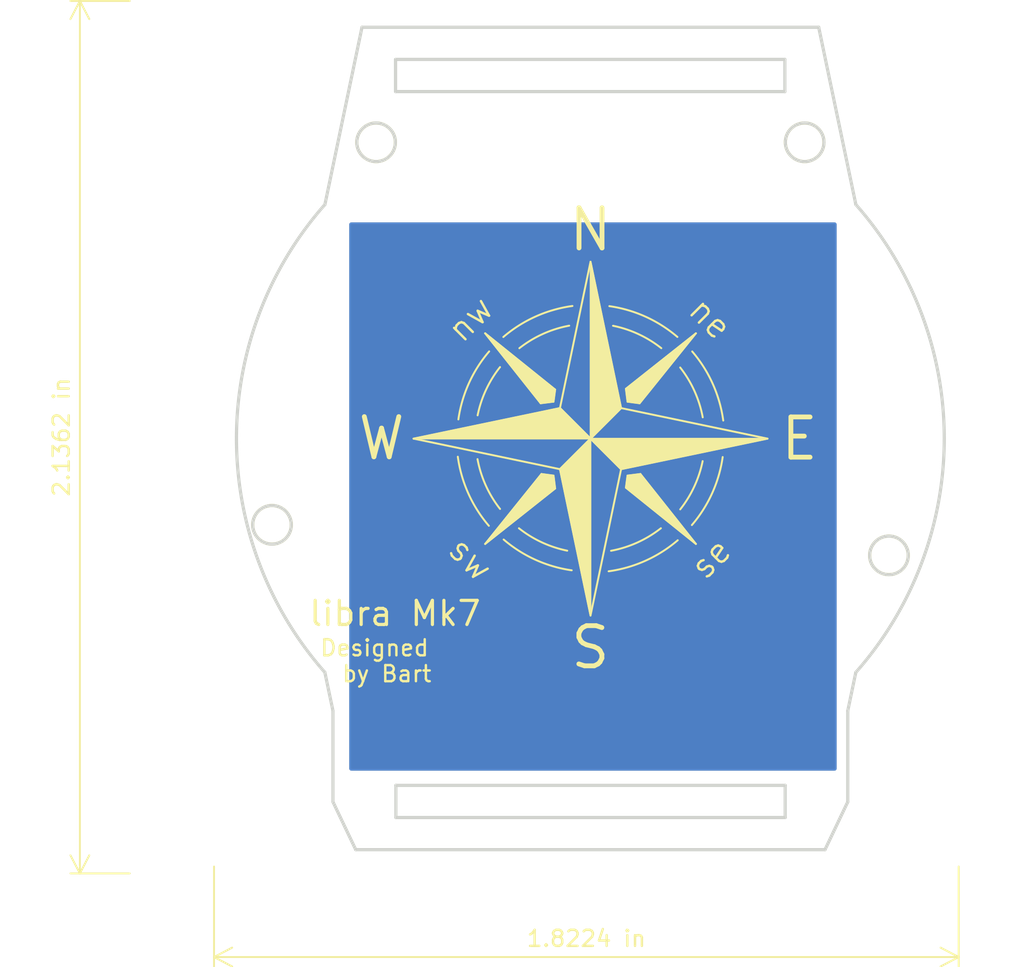
<source format=kicad_pcb>
(kicad_pcb (version 20171130) (host pcbnew 5.1.8-1.fc33)

  (general
    (thickness 1.6)
    (drawings 139)
    (tracks 0)
    (zones 0)
    (modules 0)
    (nets 1)
  )

  (page A4)
  (title_block
    (title "Sense base")
    (date 2020-04-06)
    (rev v2)
    (comment 1 "corrected for V2 display")
  )

  (layers
    (0 F.Cu signal)
    (31 B.Cu signal)
    (32 B.Adhes user)
    (33 F.Adhes user)
    (34 B.Paste user)
    (35 F.Paste user)
    (36 B.SilkS user)
    (37 F.SilkS user)
    (38 B.Mask user)
    (39 F.Mask user)
    (40 Dwgs.User user)
    (41 Cmts.User user)
    (42 Eco1.User user)
    (43 Eco2.User user)
    (44 Edge.Cuts user)
    (45 Margin user)
    (46 B.CrtYd user)
    (47 F.CrtYd user)
    (48 B.Fab user)
    (49 F.Fab user)
  )

  (setup
    (last_trace_width 0.25)
    (user_trace_width 2)
    (trace_clearance 0.2)
    (zone_clearance 0.508)
    (zone_45_only no)
    (trace_min 0.2)
    (via_size 0.8)
    (via_drill 0.4)
    (via_min_size 0.4)
    (via_min_drill 0.3)
    (uvia_size 0.3)
    (uvia_drill 0.1)
    (uvias_allowed no)
    (uvia_min_size 0.2)
    (uvia_min_drill 0.1)
    (edge_width 0.05)
    (segment_width 0.2)
    (pcb_text_width 0.3)
    (pcb_text_size 1.5 1.5)
    (mod_edge_width 0.12)
    (mod_text_size 1 1)
    (mod_text_width 0.15)
    (pad_size 1.524 1.524)
    (pad_drill 0.762)
    (pad_to_mask_clearance 0.051)
    (solder_mask_min_width 0.25)
    (aux_axis_origin 0 0)
    (visible_elements 7FFFFFFF)
    (pcbplotparams
      (layerselection 0x010a0_7ffffffe)
      (usegerberextensions false)
      (usegerberattributes false)
      (usegerberadvancedattributes false)
      (creategerberjobfile false)
      (excludeedgelayer true)
      (linewidth 0.150000)
      (plotframeref false)
      (viasonmask false)
      (mode 1)
      (useauxorigin false)
      (hpglpennumber 1)
      (hpglpenspeed 20)
      (hpglpendiameter 15.000000)
      (psnegative false)
      (psa4output false)
      (plotreference true)
      (plotvalue true)
      (plotinvisibletext false)
      (padsonsilk false)
      (subtractmaskfromsilk false)
      (outputformat 1)
      (mirror false)
      (drillshape 0)
      (scaleselection 1)
      (outputdirectory "output/v3"))
  )

  (net 0 "")

  (net_class Default "To jest domyślna klasa połączeń."
    (clearance 0.2)
    (trace_width 0.25)
    (via_dia 0.8)
    (via_drill 0.4)
    (uvia_dia 0.3)
    (uvia_drill 0.1)
  )

  (gr_arc (start 220.975 122.625) (end 227.975 121.325) (angle -27.63644227) (layer F.SilkS) (width 0.12) (tstamp 610820E3))
  (gr_arc (start 220.975 122.625) (end 222.275 129.625) (angle -27.63644227) (layer F.SilkS) (width 0.12) (tstamp 610820E3))
  (gr_arc (start 220.975 122.625) (end 213.975 123.925) (angle -27.63644227) (layer F.SilkS) (width 0.12) (tstamp 610820E3))
  (gr_arc (start 220.975 122.625) (end 219.675 115.625) (angle -27.63644227) (layer F.SilkS) (width 0.12))
  (gr_arc (start 220.975 122.625) (end 225.4 117.025) (angle -26.8084806) (layer F.SilkS) (width 0.12) (tstamp 610820C1))
  (gr_arc (start 220.975 122.625) (end 226.575 127.05) (angle -26.8084806) (layer F.SilkS) (width 0.12) (tstamp 610820C1))
  (gr_arc (start 220.975 122.625) (end 216.55 128.225) (angle -26.8084806) (layer F.SilkS) (width 0.12) (tstamp 610820C1))
  (gr_arc (start 220.975 122.625) (end 215.375 118.2) (angle -26.8084806) (layer F.SilkS) (width 0.12))
  (gr_arc (start 221 122.65) (end 229.25 121.525) (angle -32.85477353) (layer F.SilkS) (width 0.12) (tstamp 6108207A))
  (gr_arc (start 221 122.65) (end 222.125 130.9) (angle -32.85477353) (layer F.SilkS) (width 0.12) (tstamp 6108207A))
  (gr_arc (start 221 122.65) (end 212.75 123.775) (angle -32.85477353) (layer F.SilkS) (width 0.12) (tstamp 6108207A))
  (gr_arc (start 221 122.65) (end 219.875 114.4) (angle -32.85477353) (layer F.SilkS) (width 0.12) (tstamp 61082043))
  (gr_arc (start 221 122.625) (end 226.4 116.325) (angle -32.49775919) (layer F.SilkS) (width 0.12) (tstamp 61082043))
  (gr_arc (start 221 122.625) (end 227.3 128.025) (angle -32.49775919) (layer F.SilkS) (width 0.12) (tstamp 61082043))
  (gr_arc (start 221 122.625) (end 215.6 128.925) (angle -32.49775919) (layer F.SilkS) (width 0.12) (tstamp 61082043))
  (gr_arc (start 221 122.625) (end 214.7 117.225) (angle -32.49775919) (layer F.SilkS) (width 0.12))
  (gr_text ne (at 228.45 115.175 315) (layer F.SilkS) (tstamp 61081FCD)
    (effects (font (size 1.5 1.5) (thickness 0.15)))
  )
  (gr_text se (at 228.475 130.1 45) (layer F.SilkS) (tstamp 61081FCD)
    (effects (font (size 1.5 1.5) (thickness 0.15)))
  )
  (gr_text sw (at 213.55 130.125 315) (layer F.SilkS) (tstamp 61081FCD)
    (effects (font (size 1.5 1.5) (thickness 0.15)))
  )
  (gr_text nw (at 213.525 115.2 45) (layer F.SilkS)
    (effects (font (size 1.5 1.5) (thickness 0.15)))
  )
  (gr_text E (at 233.99 122.66) (layer F.SilkS) (tstamp 61081F51)
    (effects (font (size 2.5 2.5) (thickness 0.3)))
  )
  (gr_text S (at 220.99 135.64) (layer F.SilkS) (tstamp 61081F51)
    (effects (font (size 2.5 2.5) (thickness 0.3)))
  )
  (gr_text W (at 208.01 122.64) (layer F.SilkS) (tstamp 61081F51)
    (effects (font (size 2.5 2.5) (thickness 0.3)))
  )
  (gr_text N (at 221 109.65) (layer F.SilkS)
    (effects (font (size 2.5 2.5) (thickness 0.3)))
  )
  (gr_line (start 223.3 120.35) (end 223.2 119.55) (layer F.SilkS) (width 0.12) (tstamp 61081EED))
  (gr_line (start 223.3 120.35) (end 224.05 120.45) (layer F.SilkS) (width 0.12) (tstamp 61081EEC))
  (gr_poly (pts (xy 224.05 120.45) (xy 223.3 120.35) (xy 223.2 119.55) (xy 227.55 116.1)) (layer F.SilkS) (width 0.1) (tstamp 61081EEB))
  (gr_line (start 227.55 116.1) (end 224.05 120.45) (layer F.SilkS) (width 0.12) (tstamp 61081EEA))
  (gr_line (start 223.2 119.55) (end 227.55 116.1) (layer F.SilkS) (width 0.12) (tstamp 61081EE9))
  (gr_line (start 223.3 124.95) (end 224.1 124.85) (layer F.SilkS) (width 0.12) (tstamp 61081EED))
  (gr_line (start 223.3 124.95) (end 223.2 125.7) (layer F.SilkS) (width 0.12) (tstamp 61081EEC))
  (gr_poly (pts (xy 223.2 125.7) (xy 223.3 124.95) (xy 224.1 124.85) (xy 227.55 129.2)) (layer F.SilkS) (width 0.1) (tstamp 61081EEB))
  (gr_line (start 227.55 129.2) (end 223.2 125.7) (layer F.SilkS) (width 0.12) (tstamp 61081EEA))
  (gr_line (start 224.1 124.85) (end 227.55 129.2) (layer F.SilkS) (width 0.12) (tstamp 61081EE9))
  (gr_line (start 218.7 124.95) (end 218.8 125.75) (layer F.SilkS) (width 0.12) (tstamp 61081EED))
  (gr_line (start 218.7 124.95) (end 217.95 124.85) (layer F.SilkS) (width 0.12) (tstamp 61081EEC))
  (gr_poly (pts (xy 217.95 124.85) (xy 218.7 124.95) (xy 218.8 125.75) (xy 214.45 129.2)) (layer F.SilkS) (width 0.1) (tstamp 61081EEB))
  (gr_line (start 214.45 129.2) (end 217.95 124.85) (layer F.SilkS) (width 0.12) (tstamp 61081EEA))
  (gr_line (start 218.8 125.75) (end 214.45 129.2) (layer F.SilkS) (width 0.12) (tstamp 61081EE9))
  (gr_poly (pts (xy 218.8 119.6) (xy 218.7 120.35) (xy 217.9 120.45) (xy 214.45 116.1)) (layer F.SilkS) (width 0.1))
  (gr_line (start 214.45 116.1) (end 218.8 119.6) (layer F.SilkS) (width 0.12) (tstamp 61081EA1))
  (gr_line (start 217.9 120.45) (end 214.45 116.1) (layer F.SilkS) (width 0.12))
  (gr_line (start 218.7 120.35) (end 218.8 119.6) (layer F.SilkS) (width 0.12) (tstamp 61081E7A))
  (gr_line (start 218.7 120.35) (end 217.9 120.45) (layer F.SilkS) (width 0.12))
  (gr_line (start 221 122.65) (end 222.9 124.55) (layer F.SilkS) (width 0.12) (tstamp 61081E4A))
  (gr_line (start 222.9 120.75) (end 232 122.65) (layer F.SilkS) (width 0.12) (tstamp 61081E49))
  (gr_line (start 232 122.65) (end 222.9 124.55) (layer F.SilkS) (width 0.12) (tstamp 61081E48))
  (gr_poly (pts (xy 222.9 124.55) (xy 221 122.65) (xy 232 122.65)) (layer F.SilkS) (width 0.1) (tstamp 61081E47))
  (gr_line (start 221 122.65) (end 222.9 120.75) (layer F.SilkS) (width 0.12) (tstamp 61081E46))
  (gr_line (start 221 122.65) (end 219.1 124.55) (layer F.SilkS) (width 0.12) (tstamp 61081E4A))
  (gr_line (start 222.9 124.55) (end 221 133.65) (layer F.SilkS) (width 0.12) (tstamp 61081E49))
  (gr_line (start 221 133.65) (end 219.1 124.55) (layer F.SilkS) (width 0.12) (tstamp 61081E48))
  (gr_poly (pts (xy 219.1 124.55) (xy 221 122.65) (xy 221 133.65)) (layer F.SilkS) (width 0.1) (tstamp 61081E47))
  (gr_line (start 221 122.65) (end 222.9 124.55) (layer F.SilkS) (width 0.12) (tstamp 61081E46))
  (gr_line (start 221 122.65) (end 219.1 120.75) (layer F.SilkS) (width 0.12) (tstamp 61081E4A))
  (gr_line (start 219.1 124.55) (end 210 122.65) (layer F.SilkS) (width 0.12) (tstamp 61081E49))
  (gr_line (start 210 122.65) (end 219.1 120.75) (layer F.SilkS) (width 0.12) (tstamp 61081E48))
  (gr_poly (pts (xy 219.1 120.75) (xy 221 122.65) (xy 210 122.65)) (layer F.SilkS) (width 0.1) (tstamp 61081E47))
  (gr_line (start 221 122.65) (end 219.1 124.55) (layer F.SilkS) (width 0.12) (tstamp 61081E46))
  (gr_poly (pts (xy 222.9 120.75) (xy 221 122.65) (xy 221 111.65)) (layer F.SilkS) (width 0.1))
  (gr_line (start 221 111.65) (end 222.9 120.75) (layer F.SilkS) (width 0.12) (tstamp 61081DFF))
  (gr_line (start 219.1 120.75) (end 221 111.65) (layer F.SilkS) (width 0.12))
  (gr_line (start 221 122.65) (end 222.9 120.75) (layer F.SilkS) (width 0.12) (tstamp 61081DCF))
  (gr_line (start 221 122.65) (end 219.1 120.75) (layer F.SilkS) (width 0.12))
  (dimension 46.28896 (width 0.12) (layer F.SilkS)
    (gr_text "46,289 mm" (at 220.74124 156.16174) (layer F.SilkS)
      (effects (font (size 1 1) (thickness 0.15)))
    )
    (feature1 (pts (xy 243.88572 149.2631) (xy 243.88572 155.478161)))
    (feature2 (pts (xy 197.59676 149.2631) (xy 197.59676 155.478161)))
    (crossbar (pts (xy 197.59676 154.89174) (xy 243.88572 154.89174)))
    (arrow1a (pts (xy 243.88572 154.89174) (xy 242.759216 155.478161)))
    (arrow1b (pts (xy 243.88572 154.89174) (xy 242.759216 154.305319)))
    (arrow2a (pts (xy 197.59676 154.89174) (xy 198.723264 155.478161)))
    (arrow2b (pts (xy 197.59676 154.89174) (xy 198.723264 154.305319)))
  )
  (dimension 54.25948 (width 0.12) (layer F.SilkS)
    (gr_text "54,259 mm" (at 187.987941 122.56008 270) (layer F.SilkS)
      (effects (font (size 1 1) (thickness 0.15)))
    )
    (feature1 (pts (xy 192.35674 149.68982) (xy 188.67152 149.68982)))
    (feature2 (pts (xy 192.35674 95.43034) (xy 188.67152 95.43034)))
    (crossbar (pts (xy 189.257941 95.43034) (xy 189.257941 149.68982)))
    (arrow1a (pts (xy 189.257941 149.68982) (xy 188.67152 148.563316)))
    (arrow1b (pts (xy 189.257941 149.68982) (xy 189.844362 148.563316)))
    (arrow2a (pts (xy 189.257941 95.43034) (xy 188.67152 96.556844)))
    (arrow2b (pts (xy 189.257941 95.43034) (xy 189.844362 96.556844)))
  )
  (gr_line (start 208.9 146.214372) (end 233.1 146.214372) (layer Edge.Cuts) (width 0.2) (tstamp 5FBEDDFE))
  (gr_line (start 233.1 144.214372) (end 233.1 146.214372) (layer Edge.Cuts) (width 0.2) (tstamp 5FBEDDFD))
  (gr_line (start 208.9 144.214372) (end 208.9 146.214372) (layer Edge.Cuts) (width 0.2) (tstamp 5FBEDDFC))
  (gr_line (start 233.1 144.214372) (end 208.9 144.214372) (layer Edge.Cuts) (width 0.2) (tstamp 5FBEDDFB))
  (gr_circle (center 220.99 122.64) (end 221.117 122.64) (layer Eco1.User) (width 0.15))
  (gr_line (start 209.51 145.24) (end 204.99 145.24) (layer Eco1.User) (width 0.5) (tstamp 5FBEDBD7))
  (gr_line (start 232.55 145.24) (end 237.07 145.24) (layer Eco1.User) (width 0.5) (tstamp 5FBEDBD6))
  (gr_arc (start 220.99 122.64) (end 220.99 142.65) (angle -32.7) (layer Eco1.User) (width 0.5) (tstamp 5FBEDBD5))
  (gr_arc (start 220.99 122.64) (end 220.99 142.65) (angle 32.7) (layer Eco1.User) (width 0.5) (tstamp 5FBEDBD4))
  (gr_line (start 209.51 145.24) (end 210.168934 139.471656) (layer Eco1.User) (width 0.5) (tstamp 5FBEDBD3))
  (gr_line (start 232.55 145.24) (end 231.811065 139.471656) (layer Eco1.User) (width 0.5) (tstamp 5FBEDBD2))
  (gr_line (start 210.17 101.63) (end 205.84 101.63) (layer Eco1.User) (width 0.5) (tstamp 5FBEDBD1))
  (gr_line (start 205.84 101.63) (end 204.490001 108.090001) (layer Eco1.User) (width 0.5) (tstamp 5FBEDBD0))
  (gr_line (start 231.81 101.63) (end 236.14 101.63) (layer Eco1.User) (width 0.5) (tstamp 5FBEDBCF))
  (gr_line (start 236.14 101.63) (end 237.493267 108.093709) (layer Eco1.User) (width 0.5) (tstamp 5FBEDBCE))
  (gr_line (start 210.17 101.63) (end 210.17 105.81) (layer Eco1.User) (width 0.5) (tstamp 5FBEDBCC))
  (gr_arc (start 220.99 122.64) (end 220.99 102.63) (angle -32.7) (layer Eco1.User) (width 0.5) (tstamp 5FBEDBCB))
  (gr_arc (start 220.99 122.64) (end 220.99 102.63) (angle 32.7) (layer Eco1.User) (width 0.5) (tstamp 5FBEDBCA))
  (gr_line (start 231.81 101.63) (end 231.81 105.81) (layer Eco1.User) (width 0.5) (tstamp 5FBEDBC9))
  (gr_line (start 204.486734 137.186293) (end 204.99 145.24) (layer Eco1.User) (width 0.5) (tstamp 5FBEDBC8))
  (gr_circle (center 220.99 122.64) (end 234.49 122.64) (layer Eco1.User) (width 0.5) (tstamp 5FBEDBC7))
  (gr_arc (start 220.99 122.64) (end 204.490001 108.090001) (angle -82.8) (layer Eco1.User) (width 0.5) (tstamp 5FBEDBC6))
  (gr_arc (start 220.99 122.64) (end 237.493266 137.186293) (angle -82.8) (layer Eco1.User) (width 0.5) (tstamp 5FBEDBC5))
  (gr_line (start 237.493266 137.186293) (end 237.07 145.24) (layer Eco1.User) (width 0.5) (tstamp 5FBEDBC4))
  (gr_circle (center 201.2 128.01) (end 202.4 128.01) (layer F.SilkS) (width 0.2) (tstamp 5FBA7735))
  (gr_circle (center 234.31 104.22) (end 235.51 104.22) (layer F.SilkS) (width 0.2) (tstamp 5FBA7734))
  (gr_circle (center 239.55 129.91) (end 240.75 129.91) (layer F.SilkS) (width 0.2) (tstamp 5FBA7733))
  (gr_circle (center 207.67 104.22) (end 208.87 104.22) (layer F.SilkS) (width 0.2) (tstamp 5FBA7732))
  (gr_text "Designed\n  by Bart" (at 207.575 136.475) (layer F.SilkS) (tstamp 5F21893B)
    (effects (font (size 1 1) (thickness 0.15)))
  )
  (gr_text "libra Mk7" (at 208.85 133.525) (layer F.SilkS) (tstamp 5F21893A)
    (effects (font (size 1.5 1.5) (thickness 0.2)))
  )
  (gr_line (start 236.99 145.24) (end 235.57484 148.21408) (layer Edge.Cuts) (width 0.2) (tstamp 5E9312A1))
  (gr_line (start 237.493266 108.093707) (end 235.18368 97.0661) (layer Edge.Cuts) (width 0.2) (tstamp 5E9311BB))
  (gr_line (start 206.7941 97.0661) (end 235.18368 97.0661) (layer Edge.Cuts) (width 0.2) (tstamp 5E9311BA))
  (dimension 18.42 (width 0.15) (layer Cmts.User)
    (gr_text "18,420 mm" (at 194.86 113.43 270) (layer Cmts.User)
      (effects (font (size 1 1) (thickness 0.15)))
    )
    (feature1 (pts (xy 207.67 122.64) (xy 195.573579 122.64)))
    (feature2 (pts (xy 207.67 104.22) (xy 195.573579 104.22)))
    (crossbar (pts (xy 196.16 104.22) (xy 196.16 122.64)))
    (arrow1a (pts (xy 196.16 122.64) (xy 195.573579 121.513496)))
    (arrow1b (pts (xy 196.16 122.64) (xy 196.746421 121.513496)))
    (arrow2a (pts (xy 196.16 104.22) (xy 195.573579 105.346504)))
    (arrow2b (pts (xy 196.16 104.22) (xy 196.746421 105.346504)))
  )
  (dimension 5.37 (width 0.15) (layer Cmts.User)
    (gr_text "5,370 mm" (at 193.94 125.325 90) (layer Cmts.User)
      (effects (font (size 1 1) (thickness 0.15)))
    )
    (feature1 (pts (xy 201.2 122.64) (xy 194.653579 122.64)))
    (feature2 (pts (xy 201.2 128.01) (xy 194.653579 128.01)))
    (crossbar (pts (xy 195.24 128.01) (xy 195.24 122.64)))
    (arrow1a (pts (xy 195.24 122.64) (xy 195.826421 123.766504)))
    (arrow1b (pts (xy 195.24 122.64) (xy 194.653579 123.766504)))
    (arrow2a (pts (xy 195.24 128.01) (xy 195.826421 126.883496)))
    (arrow2b (pts (xy 195.24 128.01) (xy 194.653579 126.883496)))
  )
  (dimension 18.56 (width 0.15) (layer Cmts.User)
    (gr_text "18,560 mm" (at 230.27 132.24) (layer Cmts.User)
      (effects (font (size 1 1) (thickness 0.15)))
    )
    (feature1 (pts (xy 220.99 129.91) (xy 220.99 131.526421)))
    (feature2 (pts (xy 239.55 129.91) (xy 239.55 131.526421)))
    (crossbar (pts (xy 239.55 130.94) (xy 220.99 130.94)))
    (arrow1a (pts (xy 220.99 130.94) (xy 222.116504 130.353579)))
    (arrow1b (pts (xy 220.99 130.94) (xy 222.116504 131.526421)))
    (arrow2a (pts (xy 239.55 130.94) (xy 238.423496 130.353579)))
    (arrow2b (pts (xy 239.55 130.94) (xy 238.423496 131.526421)))
  )
  (dimension 19.79 (width 0.15) (layer Cmts.User)
    (gr_text "19,790 mm" (at 211.095 126.440001) (layer Cmts.User)
      (effects (font (size 1 1) (thickness 0.15)))
    )
    (feature1 (pts (xy 220.99 128.01) (xy 220.99 127.15358)))
    (feature2 (pts (xy 201.2 128.01) (xy 201.2 127.15358)))
    (crossbar (pts (xy 201.2 127.740001) (xy 220.99 127.740001)))
    (arrow1a (pts (xy 220.99 127.740001) (xy 219.863496 128.326422)))
    (arrow1b (pts (xy 220.99 127.740001) (xy 219.863496 127.15358)))
    (arrow2a (pts (xy 201.2 127.740001) (xy 202.326504 128.326422)))
    (arrow2b (pts (xy 201.2 127.740001) (xy 202.326504 127.15358)))
  )
  (dimension 7.27 (width 0.15) (layer Cmts.User)
    (gr_text "7,270 mm" (at 246.58 126.275 90) (layer Cmts.User)
      (effects (font (size 1 1) (thickness 0.15)))
    )
    (feature1 (pts (xy 239.55 122.64) (xy 245.866421 122.64)))
    (feature2 (pts (xy 239.55 129.91) (xy 245.866421 129.91)))
    (crossbar (pts (xy 245.28 129.91) (xy 245.28 122.64)))
    (arrow1a (pts (xy 245.28 122.64) (xy 245.866421 123.766504)))
    (arrow1b (pts (xy 245.28 122.64) (xy 244.693579 123.766504)))
    (arrow2a (pts (xy 245.28 129.91) (xy 245.866421 128.783496)))
    (arrow2b (pts (xy 245.28 129.91) (xy 244.693579 128.783496)))
  )
  (dimension 13.32 (width 0.15) (layer Cmts.User)
    (gr_text "13,320 mm" (at 214.33 101.1) (layer Cmts.User)
      (effects (font (size 1 1) (thickness 0.15)))
    )
    (feature1 (pts (xy 220.99 104.22) (xy 220.99 101.813579)))
    (feature2 (pts (xy 207.67 104.22) (xy 207.67 101.813579)))
    (crossbar (pts (xy 207.67 102.4) (xy 220.99 102.4)))
    (arrow1a (pts (xy 220.99 102.4) (xy 219.863496 102.986421)))
    (arrow1b (pts (xy 220.99 102.4) (xy 219.863496 101.813579)))
    (arrow2a (pts (xy 207.67 102.4) (xy 208.796504 102.986421)))
    (arrow2b (pts (xy 207.67 102.4) (xy 208.796504 101.813579)))
  )
  (gr_line (start 220.99 152.58) (end 220.99 122.64) (layer Eco1.User) (width 0.15))
  (gr_line (start 220.99 122.64) (end 196.52 122.64) (layer Eco1.User) (width 0.15))
  (gr_line (start 208.88 101.065628) (end 208.88 99.065628) (layer Edge.Cuts) (width 0.2) (tstamp 5E8B5D83))
  (gr_line (start 233.08 99.065628) (end 208.88 99.065628) (layer Edge.Cuts) (width 0.2) (tstamp 5E8B5D61))
  (gr_line (start 208.88 101.065628) (end 233.08 101.065628) (layer Edge.Cuts) (width 0.2) (tstamp 5E8B5D60))
  (gr_line (start 233.08 101.065628) (end 233.08 99.065628) (layer Edge.Cuts) (width 0.2) (tstamp 5E8B5D5F))
  (gr_line (start 205.09 144.06) (end 205.09 106.74) (layer Cmts.User) (width 0.15) (tstamp 5E8B5BAC))
  (gr_line (start 205.09 106.74) (end 236.89 106.74) (layer Cmts.User) (width 0.15) (tstamp 5E8B5BAB))
  (gr_line (start 207.49 109.14) (end 207.49 106.74) (layer Cmts.User) (width 0.15) (tstamp 5E8B5BAA))
  (gr_line (start 207.49 136.14) (end 207.49 109.14) (layer Cmts.User) (width 0.15) (tstamp 5E8B5BA9))
  (gr_line (start 205.09 106.74) (end 236.89 138.54) (layer Cmts.User) (width 0.15) (tstamp 5E8B5BA8))
  (gr_line (start 236.89 106.74) (end 205.09 138.54) (layer Cmts.User) (width 0.15) (tstamp 5E8B5BA7))
  (gr_line (start 236.89 106.74) (end 236.89 144.06) (layer Cmts.User) (width 0.15) (tstamp 5E8B5BA6))
  (gr_line (start 236.89 144.06) (end 205.09 144.06) (layer Cmts.User) (width 0.15) (tstamp 5E8B5BA5))
  (gr_line (start 234.49 136.14) (end 207.49 136.14) (layer Cmts.User) (width 0.15) (tstamp 5E8B5BA4))
  (gr_line (start 234.49 109.14) (end 234.49 136.14) (layer Cmts.User) (width 0.15) (tstamp 5E8B5BA3))
  (gr_line (start 234.49 109.14) (end 234.49 106.74) (layer Cmts.User) (width 0.15) (tstamp 5E8B5BA2))
  (gr_line (start 207.49 109.14) (end 205.09 109.14) (layer Cmts.User) (width 0.15) (tstamp 5E8B5BA1))
  (gr_line (start 234.49 109.14) (end 236.89 109.14) (layer Cmts.User) (width 0.15) (tstamp 5E8B5BA0))
  (gr_line (start 207.49 109.14) (end 234.49 109.14) (layer Cmts.User) (width 0.15) (tstamp 5E8B5B9F))
  (gr_circle (center 207.67 104.22) (end 206.47 104.22) (layer Edge.Cuts) (width 0.2) (tstamp 5E8AFA89))
  (gr_circle (center 239.55 129.91) (end 238.35 129.91) (layer Edge.Cuts) (width 0.2) (tstamp 5E8AFA88))
  (gr_circle (center 234.31 104.22) (end 233.11 104.22) (layer Edge.Cuts) (width 0.2) (tstamp 5E8AFA87))
  (gr_line (start 236.99 139.58) (end 236.99 145.24) (layer Edge.Cuts) (width 0.2) (tstamp 5E8AD614))
  (gr_line (start 204.99 145.24) (end 206.40548 148.21408) (layer Edge.Cuts) (width 0.2) (tstamp 5E8AD5D0))
  (gr_line (start 206.40548 148.21408) (end 235.57484 148.21408) (layer Edge.Cuts) (width 0.2) (tstamp 5E8A5678))
  (gr_circle (center 201.2 128.01) (end 200 128.01) (layer Edge.Cuts) (width 0.2) (tstamp 5E89F141))
  (gr_line (start 204.490001 108.090001) (end 206.7941 97.0661) (layer Edge.Cuts) (width 0.2) (tstamp 5E6F9E9B))
  (gr_arc (start 220.99 122.64) (end 204.490001 108.090001) (angle -82.8) (layer Edge.Cuts) (width 0.2) (tstamp 5E6F9E9A))
  (gr_arc (start 220.99 122.64) (end 237.489999 137.189999) (angle -82.8) (layer Edge.Cuts) (width 0.2) (tstamp 5E6F9E98))
  (gr_line (start 204.99 139.58) (end 204.99 145.24) (layer Edge.Cuts) (width 0.2) (tstamp 5E6F9E95))
  (gr_line (start 204.48504 137.184371) (end 204.99 139.58) (layer Edge.Cuts) (width 0.2) (tstamp 5E6F9E92))
  (gr_line (start 237.489999 137.189999) (end 236.99 139.58) (layer Edge.Cuts) (width 0.2) (tstamp 5E6F9E90))
  (gr_circle (center 220.99 122.64) (end 221.08 122.65) (layer Cmts.User) (width 0.15))

  (zone (net 0) (net_name "") (layer B.Cu) (tstamp 610821B1) (hatch edge 0.508)
    (connect_pads (clearance 0.508))
    (min_thickness 0.254)
    (fill yes (arc_segments 32) (thermal_gap 0.508) (thermal_bridge_width 0.508))
    (polygon
      (pts
        (xy 236.3 143.3) (xy 206 143.3) (xy 206 109.2) (xy 236.3 109.2)
      )
    )
    (filled_polygon
      (pts
        (xy 236.173 143.173) (xy 206.127 143.173) (xy 206.127 109.327) (xy 236.173 109.327)
      )
    )
  )
)

</source>
